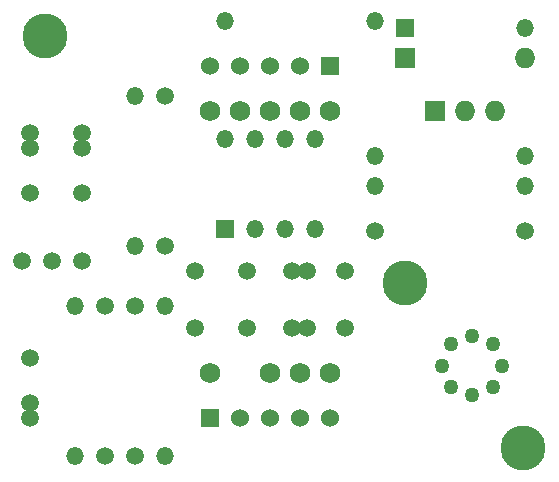
<source format=gts>
G04 (created by PCBNEW (22-Jun-2014 BZR 4027)-stable) date Sun 17 Dec 2017 11:45:39 PM CST*
%MOIN*%
G04 Gerber Fmt 3.4, Leading zero omitted, Abs format*
%FSLAX34Y34*%
G01*
G70*
G90*
G04 APERTURE LIST*
%ADD10C,0.00590551*%
%ADD11C,0.05*%
%ADD12R,0.069X0.069*%
%ADD13O,0.069X0.069*%
%ADD14C,0.059*%
%ADD15R,0.059X0.059*%
%ADD16O,0.059X0.059*%
%ADD17R,0.06X0.06*%
%ADD18C,0.06*%
%ADD19C,0.069*%
%ADD20C,0.15*%
G04 APERTURE END LIST*
G54D10*
G54D11*
X87542Y-58542D03*
X88957Y-58542D03*
X89239Y-59250D03*
X88250Y-58260D03*
X88957Y-59957D03*
X88250Y-60239D03*
X87542Y-59957D03*
X87260Y-59250D03*
G54D12*
X87000Y-50750D03*
G54D13*
X88000Y-50750D03*
X89000Y-50750D03*
G54D14*
X75250Y-51500D03*
X75250Y-53500D03*
X75250Y-52000D03*
X73500Y-51500D03*
X73500Y-53500D03*
X73500Y-52000D03*
X73500Y-61000D03*
X73500Y-59000D03*
X73500Y-60500D03*
G54D15*
X80000Y-54700D03*
G54D16*
X81000Y-54700D03*
X82000Y-54700D03*
X83000Y-54700D03*
X83000Y-51700D03*
X82000Y-51700D03*
X80000Y-51700D03*
X81000Y-51700D03*
G54D17*
X79500Y-61000D03*
G54D18*
X80500Y-61000D03*
X81500Y-61000D03*
X82500Y-61000D03*
X83500Y-61000D03*
G54D19*
X79500Y-59500D03*
X81500Y-59500D03*
X82500Y-59500D03*
X83500Y-59500D03*
G54D17*
X83500Y-49250D03*
G54D18*
X82500Y-49250D03*
X81500Y-49250D03*
X80500Y-49250D03*
X79500Y-49250D03*
G54D19*
X83500Y-50750D03*
X82500Y-50750D03*
X81500Y-50750D03*
X80500Y-50750D03*
X79500Y-50750D03*
G54D15*
X86000Y-48000D03*
G54D16*
X90000Y-48000D03*
G54D12*
X86000Y-49000D03*
G54D13*
X90000Y-49000D03*
G54D16*
X85000Y-52250D03*
X90000Y-52250D03*
X85000Y-53250D03*
X90000Y-53250D03*
G54D14*
X90000Y-54750D03*
X85000Y-54750D03*
G54D16*
X85000Y-47750D03*
X80000Y-47750D03*
G54D14*
X78000Y-50250D03*
X78000Y-55250D03*
G54D16*
X77000Y-55250D03*
X77000Y-50250D03*
X78000Y-57250D03*
X78000Y-62250D03*
G54D14*
X77000Y-57250D03*
X77000Y-62250D03*
X76000Y-57250D03*
X76000Y-62250D03*
G54D16*
X75000Y-62250D03*
X75000Y-57250D03*
G54D14*
X75250Y-55750D03*
X73250Y-55750D03*
X74250Y-55750D03*
G54D20*
X74000Y-48250D03*
X86000Y-56500D03*
X89950Y-62000D03*
G54D14*
X82750Y-56100D03*
X80750Y-56100D03*
X82250Y-56100D03*
X79000Y-56100D03*
X84000Y-56100D03*
X82750Y-58000D03*
X80750Y-58000D03*
X82250Y-58000D03*
X79000Y-58000D03*
X84000Y-58000D03*
M02*

</source>
